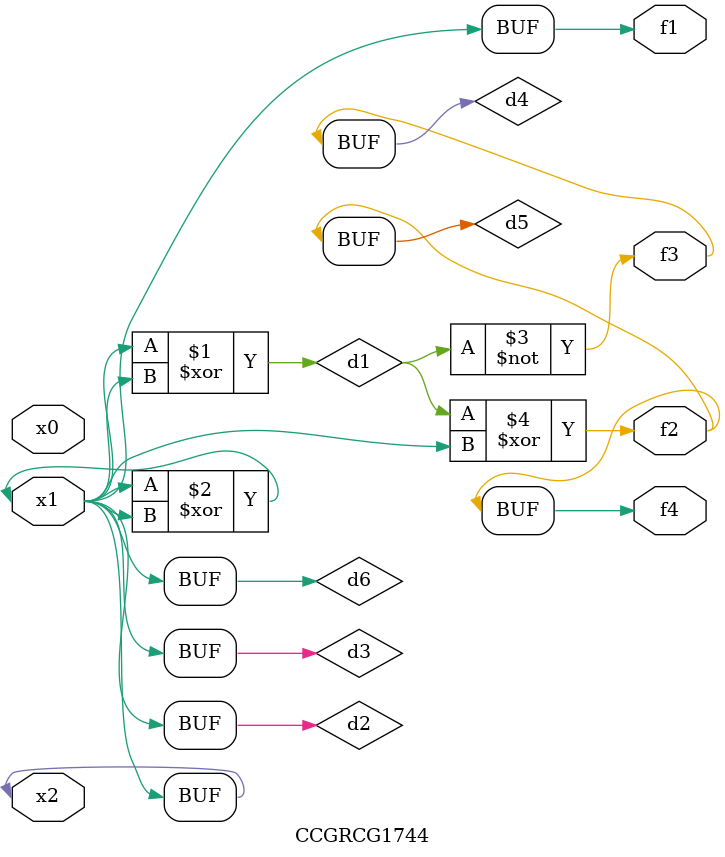
<source format=v>
module CCGRCG1744(
	input x0, x1, x2,
	output f1, f2, f3, f4
);

	wire d1, d2, d3, d4, d5, d6;

	xor (d1, x1, x2);
	buf (d2, x1, x2);
	xor (d3, x1, x2);
	nor (d4, d1);
	xor (d5, d1, d2);
	buf (d6, d2, d3);
	assign f1 = d6;
	assign f2 = d5;
	assign f3 = d4;
	assign f4 = d5;
endmodule

</source>
